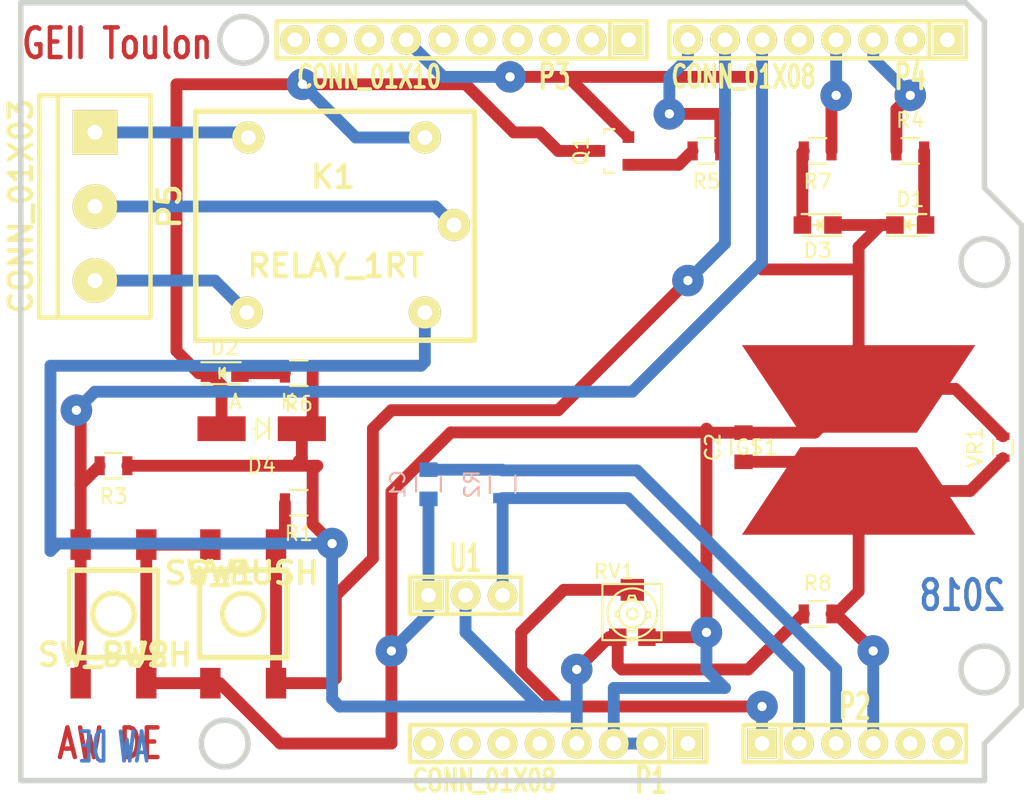
<source format=kicad_pcb>
(kicad_pcb (version 4) (host pcbnew 4.0.2+dfsg1-stable)

  (general
    (links 53)
    (no_connects 2)
    (area 76.009499 53.149499 144.970501 106.870501)
    (thickness 1.6002)
    (drawings 21)
    (tracks 175)
    (zones 0)
    (modules 27)
    (nets 37)
  )

  (page A4)
  (title_block
    (date "9 sep 2015")
  )

  (layers
    (0 Dessus signal)
    (31 Dessous signal)
    (32 B.Adhes user)
    (33 F.Adhes user)
    (34 B.Paste user)
    (35 F.Paste user)
    (36 B.SilkS user)
    (37 F.SilkS user)
    (38 B.Mask user)
    (39 F.Mask user)
    (40 Dwgs.User user)
    (41 Cmts.User user hide)
    (42 Eco1.User user)
    (43 Eco2.User user)
    (44 Edge.Cuts user)
  )

  (setup
    (last_trace_width 0.8128)
    (trace_clearance 0.254)
    (zone_clearance 0.508)
    (zone_45_only no)
    (trace_min 0.2032)
    (segment_width 0.381)
    (edge_width 0.381)
    (via_size 2.159)
    (via_drill 0.635)
    (via_min_size 0.889)
    (via_min_drill 0.508)
    (uvia_size 0.508)
    (uvia_drill 0.127)
    (uvias_allowed no)
    (uvia_min_size 0.508)
    (uvia_min_drill 0.127)
    (pcb_text_width 0.3048)
    (pcb_text_size 1.524 2.032)
    (mod_edge_width 0.381)
    (mod_text_size 1.524 1.524)
    (mod_text_width 0.3048)
    (pad_size 2.032 2.032)
    (pad_drill 1.00076)
    (pad_to_mask_clearance 0.254)
    (aux_axis_origin 0 0)
    (visible_elements 7FFFFFFF)
    (pcbplotparams
      (layerselection 0x00030_ffffffff)
      (usegerberextensions true)
      (excludeedgelayer true)
      (linewidth 0.150000)
      (plotframeref false)
      (viasonmask false)
      (mode 1)
      (useauxorigin false)
      (hpglpennumber 1)
      (hpglpenspeed 20)
      (hpglpendiameter 15)
      (hpglpenoverlay 2)
      (psnegative false)
      (psa4output false)
      (plotreference true)
      (plotvalue true)
      (plotinvisibletext false)
      (padsonsilk false)
      (subtractmaskfromsilk false)
      (outputformat 1)
      (mirror false)
      (drillshape 1)
      (scaleselection 1)
      (outputdirectory ""))
  )

  (net 0 "")
  (net 1 /AD4/SDA)
  (net 2 /AD5/SCL)
  (net 3 GND)
  (net 4 /AD2)
  (net 5 /AD3)
  (net 6 "Net-(D1-Pad2)")
  (net 7 "Net-(D2-Pad2)")
  (net 8 "Net-(D2-Pad1)")
  (net 9 "Net-(D3-Pad2)")
  (net 10 +5V)
  (net 11 /com1)
  (net 12 /no1)
  (net 13 /nc1)
  (net 14 /VIN)
  (net 15 +3V3)
  (net 16 /RESET)
  (net 17 /IOREF)
  (net 18 "Net-(P1-Pad8)")
  (net 19 /AD0)
  (net 20 /AD1)
  (net 21 /IO8)
  (net 22 /IO9)
  (net 23 /SS)
  (net 24 /MOSI)
  (net 25 /MISO)
  (net 26 /SCK)
  (net 27 /AREF)
  (net 28 /IO0)
  (net 29 /IO1)
  (net 30 /IO2)
  (net 31 /IO3)
  (net 32 /IO4)
  (net 33 /IO5)
  (net 34 /IO6)
  (net 35 /IO7)
  (net 36 "Net-(Q1-Pad1)")

  (net_class Default "Ceci est la Netclass par défaut"
    (clearance 0.254)
    (trace_width 0.8128)
    (via_dia 2.159)
    (via_drill 0.635)
    (uvia_dia 0.508)
    (uvia_drill 0.127)
    (add_net +3V3)
    (add_net +5V)
    (add_net /AD0)
    (add_net /AD1)
    (add_net /AD2)
    (add_net /AD3)
    (add_net /AD4/SDA)
    (add_net /AD5/SCL)
    (add_net /AREF)
    (add_net /IO0)
    (add_net /IO1)
    (add_net /IO2)
    (add_net /IO3)
    (add_net /IO4)
    (add_net /IO5)
    (add_net /IO6)
    (add_net /IO7)
    (add_net /IO8)
    (add_net /IO9)
    (add_net /IOREF)
    (add_net /MISO)
    (add_net /MOSI)
    (add_net /RESET)
    (add_net /SCK)
    (add_net /SS)
    (add_net /VIN)
    (add_net /com1)
    (add_net /nc1)
    (add_net /no1)
    (add_net GND)
    (add_net "Net-(D1-Pad2)")
    (add_net "Net-(D2-Pad1)")
    (add_net "Net-(D2-Pad2)")
    (add_net "Net-(D3-Pad2)")
    (add_net "Net-(P1-Pad8)")
    (add_net "Net-(Q1-Pad1)")
  )

  (module IUT-CONNECTIQUE:IUT-SIL-8 locked (layer Dessus) (tedit 200000) (tstamp 577918FB)
    (at 113.03 104.14 180)
    (descr "Connecteur 8 pins")
    (tags "CONN DEV")
    (path /5779158E)
    (fp_text reference P1 (at -6.35 -2.54 180) (layer F.SilkS)
      (effects (font (size 1.72974 1.08712) (thickness 0.3048)))
    )
    (fp_text value CONN_01X08 (at 5.08 -2.54 180) (layer F.SilkS)
      (effects (font (size 1.524 1.016) (thickness 0.3048)))
    )
    (fp_line (start -10.16 -1.27) (end 10.16 -1.27) (layer F.SilkS) (width 0.3048))
    (fp_line (start 10.16 -1.27) (end 10.16 1.27) (layer F.SilkS) (width 0.3048))
    (fp_line (start 10.16 1.27) (end -10.16 1.27) (layer F.SilkS) (width 0.3048))
    (fp_line (start -10.16 1.27) (end -10.16 -1.27) (layer F.SilkS) (width 0.3048))
    (fp_line (start -7.62 1.27) (end -7.62 -1.27) (layer F.SilkS) (width 0.3048))
    (pad 1 thru_hole rect (at -8.89 0 180) (size 2.032 2.032) (drill 1.00076) (layers *.Mask Dessous F.SilkS)
      (net 14 /VIN))
    (pad 2 thru_hole circle (at -6.35 0 180) (size 2.032 2.032) (drill 1.00076) (layers *.Mask Dessous F.SilkS)
      (net 3 GND))
    (pad 3 thru_hole circle (at -3.81 0 180) (size 2.032 2.032) (drill 1.00076) (layers *.Mask Dessous F.SilkS)
      (net 3 GND))
    (pad 4 thru_hole circle (at -1.27 0 180) (size 2.032 2.032) (drill 1.00076) (layers *.Mask Dessous F.SilkS)
      (net 10 +5V))
    (pad 5 thru_hole circle (at 1.27 0 180) (size 2.032 2.032) (drill 1.00076) (layers *.Mask Dessous F.SilkS)
      (net 15 +3V3))
    (pad 6 thru_hole circle (at 3.81 0 180) (size 2.032 2.032) (drill 1.00076) (layers *.Mask Dessous F.SilkS)
      (net 16 /RESET))
    (pad 7 thru_hole circle (at 6.35 0 180) (size 2.032 2.032) (drill 1.00076) (layers *.Mask Dessous F.SilkS)
      (net 17 /IOREF))
    (pad 8 thru_hole circle (at 8.89 0 180) (size 2.032 2.032) (drill 1.00076) (layers *.Mask Dessous F.SilkS)
      (net 18 "Net-(P1-Pad8)"))
  )

  (module IUT-CONNECTIQUE:IUT-SIL-6 locked (layer Dessus) (tedit 200000) (tstamp 57791905)
    (at 133.35 104.14)
    (descr "Connecteur 6 pins")
    (tags "CONN DEV")
    (path /57791919)
    (fp_text reference P2 (at 0 -2.54) (layer F.SilkS)
      (effects (font (size 1.72974 1.08712) (thickness 0.3048)))
    )
    (fp_text value CONN_01X06 (at 0 -2.54) (layer F.SilkS) hide
      (effects (font (size 1.524 1.016) (thickness 0.3048)))
    )
    (fp_line (start -7.62 1.27) (end -7.62 -1.27) (layer F.SilkS) (width 0.3048))
    (fp_line (start -7.62 -1.27) (end 7.62 -1.27) (layer F.SilkS) (width 0.3048))
    (fp_line (start 7.62 -1.27) (end 7.62 1.27) (layer F.SilkS) (width 0.3048))
    (fp_line (start 7.62 1.27) (end -7.62 1.27) (layer F.SilkS) (width 0.3048))
    (fp_line (start -5.08 1.27) (end -5.08 -1.27) (layer F.SilkS) (width 0.3048))
    (pad 1 thru_hole rect (at -6.35 0) (size 2.032 2.032) (drill 1.00076) (layers *.Mask Dessous F.SilkS)
      (net 19 /AD0))
    (pad 2 thru_hole circle (at -3.81 0) (size 2.032 2.032) (drill 1.00076) (layers *.Mask Dessous F.SilkS)
      (net 20 /AD1))
    (pad 3 thru_hole circle (at -1.27 0) (size 2.032 2.032) (drill 1.00076) (layers *.Mask Dessous F.SilkS)
      (net 4 /AD2))
    (pad 4 thru_hole circle (at 1.27 0) (size 2.032 2.032) (drill 1.00076) (layers *.Mask Dessous F.SilkS)
      (net 5 /AD3))
    (pad 5 thru_hole circle (at 3.81 0) (size 2.032 2.032) (drill 1.00076) (layers *.Mask Dessous F.SilkS)
      (net 1 /AD4/SDA))
    (pad 6 thru_hole circle (at 6.35 0) (size 2.032 2.032) (drill 1.00076) (layers *.Mask Dessous F.SilkS)
      (net 2 /AD5/SCL))
  )

  (module IUT-CONNECTIQUE:IUT-SIL-10 locked (layer Dessus) (tedit 5469D4F7) (tstamp 57791913)
    (at 106.426 55.88 180)
    (descr "Connecteur 10 pins")
    (tags "CONN DEV")
    (path /577917E8)
    (fp_text reference P3 (at -6.35 -2.54 180) (layer F.SilkS)
      (effects (font (size 1.72974 1.08712) (thickness 0.27178)))
    )
    (fp_text value CONN_01X10 (at 6.35 -2.54 180) (layer F.SilkS)
      (effects (font (size 1.524 1.016) (thickness 0.254)))
    )
    (fp_line (start -12.7 1.27) (end -12.7 -1.27) (layer F.SilkS) (width 0.3048))
    (fp_line (start -12.7 -1.27) (end 12.7 -1.27) (layer F.SilkS) (width 0.3048))
    (fp_line (start 12.7 -1.27) (end 12.7 1.27) (layer F.SilkS) (width 0.3048))
    (fp_line (start 12.7 1.27) (end -12.7 1.27) (layer F.SilkS) (width 0.3048))
    (fp_line (start -10.16 1.27) (end -10.16 -1.27) (layer F.SilkS) (width 0.3048))
    (pad 1 thru_hole rect (at -11.43 0 180) (size 2.032 2.032) (drill 1.00076) (layers *.Mask Dessous F.SilkS)
      (net 21 /IO8))
    (pad 2 thru_hole circle (at -8.89 0 180) (size 2.032 2.032) (drill 1.00076) (layers *.Mask Dessous F.SilkS)
      (net 22 /IO9))
    (pad 3 thru_hole circle (at -6.35 0 180) (size 2.032 2.032) (drill 1.00076) (layers *.Mask Dessous F.SilkS)
      (net 23 /SS))
    (pad 4 thru_hole circle (at -3.81 0 180) (size 2.032 2.032) (drill 1.00076) (layers *.Mask Dessous F.SilkS)
      (net 24 /MOSI))
    (pad 5 thru_hole circle (at -1.27 0 180) (size 2.032 2.032) (drill 1.00076) (layers *.Mask Dessous F.SilkS)
      (net 25 /MISO))
    (pad 6 thru_hole circle (at 1.27 0 180) (size 2.032 2.032) (drill 1.00076) (layers *.Mask Dessous F.SilkS)
      (net 26 /SCK))
    (pad 7 thru_hole circle (at 3.81 0 180) (size 2.032 2.032) (drill 1.00076) (layers *.Mask Dessous F.SilkS)
      (net 3 GND))
    (pad 8 thru_hole circle (at 6.35 0 180) (size 2.032 2.032) (drill 1.00076) (layers *.Mask Dessous F.SilkS)
      (net 27 /AREF))
    (pad 9 thru_hole circle (at 8.89 0 180) (size 2.032 2.032) (drill 1.00076) (layers *.Mask Dessous F.SilkS)
      (net 1 /AD4/SDA))
    (pad 10 thru_hole circle (at 11.43 0 180) (size 2.032 2.032) (drill 1.00076) (layers *.Mask Dessous F.SilkS)
      (net 2 /AD5/SCL))
  )

  (module IUT-CONNECTIQUE:IUT-SIL-8 locked (layer Dessus) (tedit 200000) (tstamp 5779191F)
    (at 130.81 55.88 180)
    (descr "Connecteur 8 pins")
    (tags "CONN DEV")
    (path /5779168F)
    (fp_text reference P4 (at -6.35 -2.54 180) (layer F.SilkS)
      (effects (font (size 1.72974 1.08712) (thickness 0.3048)))
    )
    (fp_text value CONN_01X08 (at 5.08 -2.54 180) (layer F.SilkS)
      (effects (font (size 1.524 1.016) (thickness 0.3048)))
    )
    (fp_line (start -10.16 -1.27) (end 10.16 -1.27) (layer F.SilkS) (width 0.3048))
    (fp_line (start 10.16 -1.27) (end 10.16 1.27) (layer F.SilkS) (width 0.3048))
    (fp_line (start 10.16 1.27) (end -10.16 1.27) (layer F.SilkS) (width 0.3048))
    (fp_line (start -10.16 1.27) (end -10.16 -1.27) (layer F.SilkS) (width 0.3048))
    (fp_line (start -7.62 1.27) (end -7.62 -1.27) (layer F.SilkS) (width 0.3048))
    (pad 1 thru_hole rect (at -8.89 0 180) (size 2.032 2.032) (drill 1.00076) (layers *.Mask Dessous F.SilkS)
      (net 28 /IO0))
    (pad 2 thru_hole circle (at -6.35 0 180) (size 2.032 2.032) (drill 1.00076) (layers *.Mask Dessous F.SilkS)
      (net 29 /IO1))
    (pad 3 thru_hole circle (at -3.81 0 180) (size 2.032 2.032) (drill 1.00076) (layers *.Mask Dessous F.SilkS)
      (net 30 /IO2))
    (pad 4 thru_hole circle (at -1.27 0 180) (size 2.032 2.032) (drill 1.00076) (layers *.Mask Dessous F.SilkS)
      (net 31 /IO3))
    (pad 5 thru_hole circle (at 1.27 0 180) (size 2.032 2.032) (drill 1.00076) (layers *.Mask Dessous F.SilkS)
      (net 32 /IO4))
    (pad 6 thru_hole circle (at 3.81 0 180) (size 2.032 2.032) (drill 1.00076) (layers *.Mask Dessous F.SilkS)
      (net 33 /IO5))
    (pad 7 thru_hole circle (at 6.35 0 180) (size 2.032 2.032) (drill 1.00076) (layers *.Mask Dessous F.SilkS)
      (net 34 /IO6))
    (pad 8 thru_hole circle (at 8.89 0 180) (size 2.032 2.032) (drill 1.00076) (layers *.Mask Dessous F.SilkS)
      (net 35 /IO7))
  )

  (module Capacitors_SMD:C_0805 (layer Dessous) (tedit 5415D6EA) (tstamp 5BB2201B)
    (at 104.14 86.36 270)
    (descr "Capacitor SMD 0805, reflow soldering, AVX (see smccp.pdf)")
    (tags "capacitor 0805")
    (path /5BA929B5)
    (attr smd)
    (fp_text reference C1 (at 0 2.1 270) (layer B.SilkS)
      (effects (font (size 1 1) (thickness 0.15)) (justify mirror))
    )
    (fp_text value C (at 0 -2.1 270) (layer B.Fab)
      (effects (font (size 1 1) (thickness 0.15)) (justify mirror))
    )
    (fp_line (start -1.8 1) (end 1.8 1) (layer B.CrtYd) (width 0.05))
    (fp_line (start -1.8 -1) (end 1.8 -1) (layer B.CrtYd) (width 0.05))
    (fp_line (start -1.8 1) (end -1.8 -1) (layer B.CrtYd) (width 0.05))
    (fp_line (start 1.8 1) (end 1.8 -1) (layer B.CrtYd) (width 0.05))
    (fp_line (start 0.5 0.85) (end -0.5 0.85) (layer B.SilkS) (width 0.15))
    (fp_line (start -0.5 -0.85) (end 0.5 -0.85) (layer B.SilkS) (width 0.15))
    (pad 1 smd rect (at -1 0 270) (size 1 1.25) (layers Dessous B.Paste B.Mask)
      (net 4 /AD2))
    (pad 2 smd rect (at 1 0 270) (size 1 1.25) (layers Dessous B.Paste B.Mask)
      (net 3 GND))
    (model Capacitors_SMD.3dshapes/C_0805.wrl
      (at (xyz 0 0 0))
      (scale (xyz 1 1 1))
      (rotate (xyz 0 0 0))
    )
  )

  (module Capacitors_SMD:C_0805 (layer Dessus) (tedit 5415D6EA) (tstamp 5BB22021)
    (at 125.73 83.82 90)
    (descr "Capacitor SMD 0805, reflow soldering, AVX (see smccp.pdf)")
    (tags "capacitor 0805")
    (path /5BA91BD7)
    (attr smd)
    (fp_text reference C2 (at 0 -2.1 90) (layer F.SilkS)
      (effects (font (size 1 1) (thickness 0.15)))
    )
    (fp_text value C (at 0 2.1 90) (layer F.Fab)
      (effects (font (size 1 1) (thickness 0.15)))
    )
    (fp_line (start -1.8 -1) (end 1.8 -1) (layer F.CrtYd) (width 0.05))
    (fp_line (start -1.8 1) (end 1.8 1) (layer F.CrtYd) (width 0.05))
    (fp_line (start -1.8 -1) (end -1.8 1) (layer F.CrtYd) (width 0.05))
    (fp_line (start 1.8 -1) (end 1.8 1) (layer F.CrtYd) (width 0.05))
    (fp_line (start 0.5 -0.85) (end -0.5 -0.85) (layer F.SilkS) (width 0.15))
    (fp_line (start -0.5 0.85) (end 0.5 0.85) (layer F.SilkS) (width 0.15))
    (pad 1 smd rect (at -1 0 90) (size 1 1.25) (layers Dessus F.Paste F.Mask)
      (net 5 /AD3))
    (pad 2 smd rect (at 1 0 90) (size 1 1.25) (layers Dessus F.Paste F.Mask)
      (net 3 GND))
    (model Capacitors_SMD.3dshapes/C_0805.wrl
      (at (xyz 0 0 0))
      (scale (xyz 1 1 1))
      (rotate (xyz 0 0 0))
    )
  )

  (module LEDs:LED_0805 (layer Dessus) (tedit 55BDE1C2) (tstamp 5BB22027)
    (at 137.16 68.58)
    (descr "LED 0805 smd package")
    (tags "LED 0805 SMD")
    (path /5BA8EBC1)
    (attr smd)
    (fp_text reference D1 (at 0 -1.75) (layer F.SilkS)
      (effects (font (size 1 1) (thickness 0.15)))
    )
    (fp_text value LED (at 0 1.75) (layer F.Fab)
      (effects (font (size 1 1) (thickness 0.15)))
    )
    (fp_line (start -1.6 0.75) (end 1.1 0.75) (layer F.SilkS) (width 0.15))
    (fp_line (start -1.6 -0.75) (end 1.1 -0.75) (layer F.SilkS) (width 0.15))
    (fp_line (start -0.1 0.15) (end -0.1 -0.1) (layer F.SilkS) (width 0.15))
    (fp_line (start -0.1 -0.1) (end -0.25 0.05) (layer F.SilkS) (width 0.15))
    (fp_line (start -0.35 -0.35) (end -0.35 0.35) (layer F.SilkS) (width 0.15))
    (fp_line (start 0 0) (end 0.35 0) (layer F.SilkS) (width 0.15))
    (fp_line (start -0.35 0) (end 0 -0.35) (layer F.SilkS) (width 0.15))
    (fp_line (start 0 -0.35) (end 0 0.35) (layer F.SilkS) (width 0.15))
    (fp_line (start 0 0.35) (end -0.35 0) (layer F.SilkS) (width 0.15))
    (fp_line (start 1.9 -0.95) (end 1.9 0.95) (layer F.CrtYd) (width 0.05))
    (fp_line (start 1.9 0.95) (end -1.9 0.95) (layer F.CrtYd) (width 0.05))
    (fp_line (start -1.9 0.95) (end -1.9 -0.95) (layer F.CrtYd) (width 0.05))
    (fp_line (start -1.9 -0.95) (end 1.9 -0.95) (layer F.CrtYd) (width 0.05))
    (pad 2 smd rect (at 1.04902 0 180) (size 1.19888 1.19888) (layers Dessus F.Paste F.Mask)
      (net 6 "Net-(D1-Pad2)"))
    (pad 1 smd rect (at -1.04902 0 180) (size 1.19888 1.19888) (layers Dessus F.Paste F.Mask)
      (net 3 GND))
    (model LEDs.3dshapes/LED_0805.wrl
      (at (xyz 0 0 0))
      (scale (xyz 1 1 1))
      (rotate (xyz 0 0 0))
    )
  )

  (module LEDs:LED_0805 (layer Dessus) (tedit 55BDE1C2) (tstamp 5BB2202D)
    (at 90.17 78.74)
    (descr "LED 0805 smd package")
    (tags "LED 0805 SMD")
    (path /5BA93C82)
    (attr smd)
    (fp_text reference D2 (at 0 -1.75) (layer F.SilkS)
      (effects (font (size 1 1) (thickness 0.15)))
    )
    (fp_text value LED (at 0 1.75) (layer F.Fab)
      (effects (font (size 1 1) (thickness 0.15)))
    )
    (fp_line (start -1.6 0.75) (end 1.1 0.75) (layer F.SilkS) (width 0.15))
    (fp_line (start -1.6 -0.75) (end 1.1 -0.75) (layer F.SilkS) (width 0.15))
    (fp_line (start -0.1 0.15) (end -0.1 -0.1) (layer F.SilkS) (width 0.15))
    (fp_line (start -0.1 -0.1) (end -0.25 0.05) (layer F.SilkS) (width 0.15))
    (fp_line (start -0.35 -0.35) (end -0.35 0.35) (layer F.SilkS) (width 0.15))
    (fp_line (start 0 0) (end 0.35 0) (layer F.SilkS) (width 0.15))
    (fp_line (start -0.35 0) (end 0 -0.35) (layer F.SilkS) (width 0.15))
    (fp_line (start 0 -0.35) (end 0 0.35) (layer F.SilkS) (width 0.15))
    (fp_line (start 0 0.35) (end -0.35 0) (layer F.SilkS) (width 0.15))
    (fp_line (start 1.9 -0.95) (end 1.9 0.95) (layer F.CrtYd) (width 0.05))
    (fp_line (start 1.9 0.95) (end -1.9 0.95) (layer F.CrtYd) (width 0.05))
    (fp_line (start -1.9 0.95) (end -1.9 -0.95) (layer F.CrtYd) (width 0.05))
    (fp_line (start -1.9 -0.95) (end 1.9 -0.95) (layer F.CrtYd) (width 0.05))
    (pad 2 smd rect (at 1.04902 0 180) (size 1.19888 1.19888) (layers Dessus F.Paste F.Mask)
      (net 7 "Net-(D2-Pad2)"))
    (pad 1 smd rect (at -1.04902 0 180) (size 1.19888 1.19888) (layers Dessus F.Paste F.Mask)
      (net 8 "Net-(D2-Pad1)"))
    (model LEDs.3dshapes/LED_0805.wrl
      (at (xyz 0 0 0))
      (scale (xyz 1 1 1))
      (rotate (xyz 0 0 0))
    )
  )

  (module LEDs:LED_0805 (layer Dessus) (tedit 55BDE1C2) (tstamp 5BB22033)
    (at 130.81 68.58 180)
    (descr "LED 0805 smd package")
    (tags "LED 0805 SMD")
    (path /5BA8EC33)
    (attr smd)
    (fp_text reference D3 (at 0 -1.75 180) (layer F.SilkS)
      (effects (font (size 1 1) (thickness 0.15)))
    )
    (fp_text value LED (at 0 1.75 180) (layer F.Fab)
      (effects (font (size 1 1) (thickness 0.15)))
    )
    (fp_line (start -1.6 0.75) (end 1.1 0.75) (layer F.SilkS) (width 0.15))
    (fp_line (start -1.6 -0.75) (end 1.1 -0.75) (layer F.SilkS) (width 0.15))
    (fp_line (start -0.1 0.15) (end -0.1 -0.1) (layer F.SilkS) (width 0.15))
    (fp_line (start -0.1 -0.1) (end -0.25 0.05) (layer F.SilkS) (width 0.15))
    (fp_line (start -0.35 -0.35) (end -0.35 0.35) (layer F.SilkS) (width 0.15))
    (fp_line (start 0 0) (end 0.35 0) (layer F.SilkS) (width 0.15))
    (fp_line (start -0.35 0) (end 0 -0.35) (layer F.SilkS) (width 0.15))
    (fp_line (start 0 -0.35) (end 0 0.35) (layer F.SilkS) (width 0.15))
    (fp_line (start 0 0.35) (end -0.35 0) (layer F.SilkS) (width 0.15))
    (fp_line (start 1.9 -0.95) (end 1.9 0.95) (layer F.CrtYd) (width 0.05))
    (fp_line (start 1.9 0.95) (end -1.9 0.95) (layer F.CrtYd) (width 0.05))
    (fp_line (start -1.9 0.95) (end -1.9 -0.95) (layer F.CrtYd) (width 0.05))
    (fp_line (start -1.9 -0.95) (end 1.9 -0.95) (layer F.CrtYd) (width 0.05))
    (pad 2 smd rect (at 1.04902 0) (size 1.19888 1.19888) (layers Dessus F.Paste F.Mask)
      (net 9 "Net-(D3-Pad2)"))
    (pad 1 smd rect (at -1.04902 0) (size 1.19888 1.19888) (layers Dessus F.Paste F.Mask)
      (net 3 GND))
    (model LEDs.3dshapes/LED_0805.wrl
      (at (xyz 0 0 0))
      (scale (xyz 1 1 1))
      (rotate (xyz 0 0 0))
    )
  )

  (module Diodes_SMD:MiniMELF_Handsoldering (layer Dessus) (tedit 5530FDE5) (tstamp 5BB22039)
    (at 92.71 82.55 180)
    (descr "Diode Mini-MELF Handsoldering")
    (tags "Diode Mini-MELF Handsoldering")
    (path /5BA93EB4)
    (attr smd)
    (fp_text reference D4 (at 0 -2.54 180) (layer F.SilkS)
      (effects (font (size 1 1) (thickness 0.15)))
    )
    (fp_text value D (at 0 3.81 180) (layer F.Fab)
      (effects (font (size 1 1) (thickness 0.15)))
    )
    (fp_line (start -4.55 -1) (end 4.55 -1) (layer F.CrtYd) (width 0.05))
    (fp_line (start 4.55 -1) (end 4.55 1) (layer F.CrtYd) (width 0.05))
    (fp_line (start 4.55 1) (end -4.55 1) (layer F.CrtYd) (width 0.05))
    (fp_line (start -4.55 1) (end -4.55 -1) (layer F.CrtYd) (width 0.05))
    (fp_line (start -0.49958 0) (end -0.64944 0) (layer F.SilkS) (width 0.15))
    (fp_line (start 0.34878 0) (end 0.54944 0) (layer F.SilkS) (width 0.15))
    (fp_line (start -0.49958 0) (end -0.49958 0.7493) (layer F.SilkS) (width 0.15))
    (fp_line (start -0.49958 0) (end -0.49958 -0.70104) (layer F.SilkS) (width 0.15))
    (fp_line (start -0.49958 0) (end 0.34878 -0.70104) (layer F.SilkS) (width 0.15))
    (fp_line (start 0.34878 -0.70104) (end 0.34878 0.70104) (layer F.SilkS) (width 0.15))
    (fp_line (start 0.34878 0.70104) (end -0.49958 0) (layer F.SilkS) (width 0.15))
    (fp_text user K (at -1.8 1.85 180) (layer F.SilkS)
      (effects (font (size 1 1) (thickness 0.15)))
    )
    (fp_text user A (at 1.8 1.85 180) (layer F.SilkS)
      (effects (font (size 1 1) (thickness 0.15)))
    )
    (pad 1 smd rect (at -2.75082 0 180) (size 3.29946 1.69926) (layers Dessus F.Paste F.Mask)
      (net 10 +5V))
    (pad 2 smd rect (at 2.75082 0 180) (size 3.29946 1.69926) (layers Dessus F.Paste F.Mask)
      (net 8 "Net-(D2-Pad1)"))
    (model Diodes_SMD.3dshapes/MiniMELF_Handsoldering.wrl
      (at (xyz 0 0 0))
      (scale (xyz 0.3937 0.3937 0.3937))
      (rotate (xyz 0 0 180))
    )
  )

  (module finger:finger (layer Dessus) (tedit 5BA90E7F) (tstamp 5BB2203F)
    (at 134.62 83.82 180)
    (path /5BA91AB2)
    (fp_text reference GS1 (at 8 0 180) (layer F.SilkS)
      (effects (font (size 1 1) (thickness 0.15)))
    )
    (fp_text value GS2 (at 1 -1 180) (layer F.Fab)
      (effects (font (size 1 1) (thickness 0.15)))
    )
    (pad 1 smd trapezoid (at 1 -3 180) (size 12 6) (rect_delta 0 -4 ) (layers Dessus F.Paste F.Mask)
      (net 5 /AD3))
    (pad 2 smd trapezoid (at 1 4 180) (size 12 6) (rect_delta 0 4 ) (layers Dessus F.Paste F.Mask)
      (net 3 GND))
  )

  (module SongleRelay:SONGLE_RELAY (layer Dessus) (tedit 56802C61) (tstamp 5BB22048)
    (at 97.79 68.58 180)
    (path /5BA94108)
    (fp_text reference K1 (at 0.2 3.3 180) (layer F.SilkS)
      (effects (font (thickness 0.3048)))
    )
    (fp_text value RELAY_1RT (at 0 -2.8 180) (layer F.SilkS)
      (effects (font (thickness 0.3048)))
    )
    (fp_line (start 9.6 7.8) (end 9.6 -7.8) (layer F.SilkS) (width 0.381))
    (fp_line (start -9.5 7.8) (end 9.6 7.8) (layer F.SilkS) (width 0.381))
    (fp_line (start -9.5 -7.9) (end 9.6 -7.9) (layer F.SilkS) (width 0.381))
    (fp_line (start 9.6 -7.9) (end 9.5 -7.9) (layer F.SilkS) (width 0.381))
    (fp_line (start -9.5 0) (end -9.5 7.8) (layer F.SilkS) (width 0.381))
    (fp_line (start -9.5 0) (end -9.5 -7.8) (layer F.SilkS) (width 0.381))
    (pad 3 thru_hole circle (at -8.1 0 180) (size 2.2 2.2) (drill 1) (layers *.Cu *.Mask F.SilkS)
      (net 11 /com1))
    (pad 1 thru_hole circle (at -6.1 -6 180) (size 2.2 2.2) (drill 1) (layers *.Cu *.Mask F.SilkS)
      (net 10 +5V))
    (pad 2 thru_hole circle (at -6.1 6 180) (size 2.2 2.2) (drill 1) (layers *.Cu *.Mask F.SilkS)
      (net 8 "Net-(D2-Pad1)"))
    (pad 5 thru_hole circle (at 6.1 -6 180) (size 2.2 2.2) (drill 1) (layers *.Cu *.Mask F.SilkS)
      (net 12 /no1))
    (pad 4 thru_hole circle (at 6 6 180) (size 2.2 2.2) (drill 1) (layers *.Cu *.Mask F.SilkS)
      (net 13 /nc1))
  )

  (module IUT-CONNECTIQUE:IUT-bornier3 (layer Dessus) (tedit 3EC0ECFA) (tstamp 5BB2204F)
    (at 81.28 67.31 270)
    (descr "Bornier d'alimentation 3 pins")
    (tags DEV)
    (path /5BA95532)
    (fp_text reference P5 (at 0 -5.08 270) (layer F.SilkS)
      (effects (font (thickness 0.3048)))
    )
    (fp_text value CONN_01X03 (at 0 5.08 270) (layer F.SilkS)
      (effects (font (thickness 0.3048)))
    )
    (fp_line (start -7.62 3.81) (end -7.62 -3.81) (layer F.SilkS) (width 0.3048))
    (fp_line (start 7.62 3.81) (end 7.62 -3.81) (layer F.SilkS) (width 0.3048))
    (fp_line (start -7.62 2.54) (end 7.62 2.54) (layer F.SilkS) (width 0.3048))
    (fp_line (start -7.62 -3.81) (end 7.62 -3.81) (layer F.SilkS) (width 0.3048))
    (fp_line (start -7.62 3.81) (end 7.62 3.81) (layer F.SilkS) (width 0.3048))
    (pad 1 thru_hole rect (at -5.08 0 270) (size 3.048 3.048) (drill 1.016) (layers *.Mask Dessous F.SilkS)
      (net 13 /nc1))
    (pad 2 thru_hole circle (at 0 0 270) (size 3.048 3.048) (drill 1.016) (layers *.Mask Dessous F.SilkS)
      (net 11 /com1))
    (pad 3 thru_hole circle (at 5.08 0 270) (size 3.048 3.048) (drill 1.016) (layers *.Mask Dessous F.SilkS)
      (net 12 /no1))
    (model device/bornier_3.wrl
      (at (xyz 0 0 0))
      (scale (xyz 1 1 1))
      (rotate (xyz 0 0 0))
    )
  )

  (module TO_SOT_Packages_SMD:SOT-23 (layer Dessus) (tedit 553634F8) (tstamp 5BB22056)
    (at 116.84 63.5 90)
    (descr "SOT-23, Standard")
    (tags SOT-23)
    (path /5BA9B551)
    (attr smd)
    (fp_text reference Q1 (at 0 -2.25 90) (layer F.SilkS)
      (effects (font (size 1 1) (thickness 0.15)))
    )
    (fp_text value BC847 (at 0 2.3 90) (layer F.Fab)
      (effects (font (size 1 1) (thickness 0.15)))
    )
    (fp_line (start -1.65 -1.6) (end 1.65 -1.6) (layer F.CrtYd) (width 0.05))
    (fp_line (start 1.65 -1.6) (end 1.65 1.6) (layer F.CrtYd) (width 0.05))
    (fp_line (start 1.65 1.6) (end -1.65 1.6) (layer F.CrtYd) (width 0.05))
    (fp_line (start -1.65 1.6) (end -1.65 -1.6) (layer F.CrtYd) (width 0.05))
    (fp_line (start 1.29916 -0.65024) (end 1.2509 -0.65024) (layer F.SilkS) (width 0.15))
    (fp_line (start -1.49982 0.0508) (end -1.49982 -0.65024) (layer F.SilkS) (width 0.15))
    (fp_line (start -1.49982 -0.65024) (end -1.2509 -0.65024) (layer F.SilkS) (width 0.15))
    (fp_line (start 1.29916 -0.65024) (end 1.49982 -0.65024) (layer F.SilkS) (width 0.15))
    (fp_line (start 1.49982 -0.65024) (end 1.49982 0.0508) (layer F.SilkS) (width 0.15))
    (pad 1 smd rect (at -0.95 1.00076 90) (size 0.8001 0.8001) (layers Dessus F.Paste F.Mask)
      (net 36 "Net-(Q1-Pad1)"))
    (pad 2 smd rect (at 0.95 1.00076 90) (size 0.8001 0.8001) (layers Dessus F.Paste F.Mask)
      (net 3 GND))
    (pad 3 smd rect (at 0 -0.99822 90) (size 0.8001 0.8001) (layers Dessus F.Paste F.Mask)
      (net 8 "Net-(D2-Pad1)"))
    (model TO_SOT_Packages_SMD.3dshapes/SOT-23.wrl
      (at (xyz 0 0 0))
      (scale (xyz 1 1 1))
      (rotate (xyz 0 0 0))
    )
  )

  (module Resistors_SMD:R_0805 (layer Dessus) (tedit 5415CDEB) (tstamp 5BB2205C)
    (at 95.25 87.63 180)
    (descr "Resistor SMD 0805, reflow soldering, Vishay (see dcrcw.pdf)")
    (tags "resistor 0805")
    (path /5BA8EDF6)
    (attr smd)
    (fp_text reference R1 (at 0 -2.1 180) (layer F.SilkS)
      (effects (font (size 1 1) (thickness 0.15)))
    )
    (fp_text value R (at 0 2.1 180) (layer F.Fab)
      (effects (font (size 1 1) (thickness 0.15)))
    )
    (fp_line (start -1.6 -1) (end 1.6 -1) (layer F.CrtYd) (width 0.05))
    (fp_line (start -1.6 1) (end 1.6 1) (layer F.CrtYd) (width 0.05))
    (fp_line (start -1.6 -1) (end -1.6 1) (layer F.CrtYd) (width 0.05))
    (fp_line (start 1.6 -1) (end 1.6 1) (layer F.CrtYd) (width 0.05))
    (fp_line (start 0.6 0.875) (end -0.6 0.875) (layer F.SilkS) (width 0.15))
    (fp_line (start -0.6 -0.875) (end 0.6 -0.875) (layer F.SilkS) (width 0.15))
    (pad 1 smd rect (at -0.95 0 180) (size 0.7 1.3) (layers Dessus F.Paste F.Mask)
      (net 10 +5V))
    (pad 2 smd rect (at 0.95 0 180) (size 0.7 1.3) (layers Dessus F.Paste F.Mask)
      (net 34 /IO6))
    (model Resistors_SMD.3dshapes/R_0805.wrl
      (at (xyz 0 0 0))
      (scale (xyz 1 1 1))
      (rotate (xyz 0 0 0))
    )
  )

  (module Resistors_SMD:R_0805 (layer Dessous) (tedit 5415CDEB) (tstamp 5BB22062)
    (at 109.22 86.36 270)
    (descr "Resistor SMD 0805, reflow soldering, Vishay (see dcrcw.pdf)")
    (tags "resistor 0805")
    (path /5BA927A9)
    (attr smd)
    (fp_text reference R2 (at 0 2.1 270) (layer B.SilkS)
      (effects (font (size 1 1) (thickness 0.15)) (justify mirror))
    )
    (fp_text value R (at 0 -2.1 270) (layer B.Fab)
      (effects (font (size 1 1) (thickness 0.15)) (justify mirror))
    )
    (fp_line (start -1.6 1) (end 1.6 1) (layer B.CrtYd) (width 0.05))
    (fp_line (start -1.6 -1) (end 1.6 -1) (layer B.CrtYd) (width 0.05))
    (fp_line (start -1.6 1) (end -1.6 -1) (layer B.CrtYd) (width 0.05))
    (fp_line (start 1.6 1) (end 1.6 -1) (layer B.CrtYd) (width 0.05))
    (fp_line (start 0.6 -0.875) (end -0.6 -0.875) (layer B.SilkS) (width 0.15))
    (fp_line (start -0.6 0.875) (end 0.6 0.875) (layer B.SilkS) (width 0.15))
    (pad 1 smd rect (at -0.95 0 270) (size 0.7 1.3) (layers Dessous B.Paste B.Mask)
      (net 4 /AD2))
    (pad 2 smd rect (at 0.95 0 270) (size 0.7 1.3) (layers Dessous B.Paste B.Mask)
      (net 20 /AD1))
    (model Resistors_SMD.3dshapes/R_0805.wrl
      (at (xyz 0 0 0))
      (scale (xyz 1 1 1))
      (rotate (xyz 0 0 0))
    )
  )

  (module Resistors_SMD:R_0805 (layer Dessus) (tedit 5415CDEB) (tstamp 5BB22068)
    (at 82.55 85.09 180)
    (descr "Resistor SMD 0805, reflow soldering, Vishay (see dcrcw.pdf)")
    (tags "resistor 0805")
    (path /5BA8EEAE)
    (attr smd)
    (fp_text reference R3 (at 0 -2.1 180) (layer F.SilkS)
      (effects (font (size 1 1) (thickness 0.15)))
    )
    (fp_text value R (at 0 2.1 180) (layer F.Fab)
      (effects (font (size 1 1) (thickness 0.15)))
    )
    (fp_line (start -1.6 -1) (end 1.6 -1) (layer F.CrtYd) (width 0.05))
    (fp_line (start -1.6 1) (end 1.6 1) (layer F.CrtYd) (width 0.05))
    (fp_line (start -1.6 -1) (end -1.6 1) (layer F.CrtYd) (width 0.05))
    (fp_line (start 1.6 -1) (end 1.6 1) (layer F.CrtYd) (width 0.05))
    (fp_line (start 0.6 0.875) (end -0.6 0.875) (layer F.SilkS) (width 0.15))
    (fp_line (start -0.6 -0.875) (end 0.6 -0.875) (layer F.SilkS) (width 0.15))
    (pad 1 smd rect (at -0.95 0 180) (size 0.7 1.3) (layers Dessus F.Paste F.Mask)
      (net 10 +5V))
    (pad 2 smd rect (at 0.95 0 180) (size 0.7 1.3) (layers Dessus F.Paste F.Mask)
      (net 33 /IO5))
    (model Resistors_SMD.3dshapes/R_0805.wrl
      (at (xyz 0 0 0))
      (scale (xyz 1 1 1))
      (rotate (xyz 0 0 0))
    )
  )

  (module Resistors_SMD:R_0805 (layer Dessus) (tedit 5415CDEB) (tstamp 5BB2206E)
    (at 137.16 63.5)
    (descr "Resistor SMD 0805, reflow soldering, Vishay (see dcrcw.pdf)")
    (tags "resistor 0805")
    (path /5BA8E915)
    (attr smd)
    (fp_text reference R4 (at 0 -2.1) (layer F.SilkS)
      (effects (font (size 1 1) (thickness 0.15)))
    )
    (fp_text value R (at 0 2.1) (layer F.Fab)
      (effects (font (size 1 1) (thickness 0.15)))
    )
    (fp_line (start -1.6 -1) (end 1.6 -1) (layer F.CrtYd) (width 0.05))
    (fp_line (start -1.6 1) (end 1.6 1) (layer F.CrtYd) (width 0.05))
    (fp_line (start -1.6 -1) (end -1.6 1) (layer F.CrtYd) (width 0.05))
    (fp_line (start 1.6 -1) (end 1.6 1) (layer F.CrtYd) (width 0.05))
    (fp_line (start 0.6 0.875) (end -0.6 0.875) (layer F.SilkS) (width 0.15))
    (fp_line (start -0.6 -0.875) (end 0.6 -0.875) (layer F.SilkS) (width 0.15))
    (pad 1 smd rect (at -0.95 0) (size 0.7 1.3) (layers Dessus F.Paste F.Mask)
      (net 30 /IO2))
    (pad 2 smd rect (at 0.95 0) (size 0.7 1.3) (layers Dessus F.Paste F.Mask)
      (net 6 "Net-(D1-Pad2)"))
    (model Resistors_SMD.3dshapes/R_0805.wrl
      (at (xyz 0 0 0))
      (scale (xyz 1 1 1))
      (rotate (xyz 0 0 0))
    )
  )

  (module Resistors_SMD:R_0805 (layer Dessus) (tedit 5415CDEB) (tstamp 5BB22074)
    (at 123.19 63.5 180)
    (descr "Resistor SMD 0805, reflow soldering, Vishay (see dcrcw.pdf)")
    (tags "resistor 0805")
    (path /5BA93B98)
    (attr smd)
    (fp_text reference R5 (at 0 -2.1 180) (layer F.SilkS)
      (effects (font (size 1 1) (thickness 0.15)))
    )
    (fp_text value R (at 0 2.1 180) (layer F.Fab)
      (effects (font (size 1 1) (thickness 0.15)))
    )
    (fp_line (start -1.6 -1) (end 1.6 -1) (layer F.CrtYd) (width 0.05))
    (fp_line (start -1.6 1) (end 1.6 1) (layer F.CrtYd) (width 0.05))
    (fp_line (start -1.6 -1) (end -1.6 1) (layer F.CrtYd) (width 0.05))
    (fp_line (start 1.6 -1) (end 1.6 1) (layer F.CrtYd) (width 0.05))
    (fp_line (start 0.6 0.875) (end -0.6 0.875) (layer F.SilkS) (width 0.15))
    (fp_line (start -0.6 -0.875) (end 0.6 -0.875) (layer F.SilkS) (width 0.15))
    (pad 1 smd rect (at -0.95 0 180) (size 0.7 1.3) (layers Dessus F.Paste F.Mask)
      (net 35 /IO7))
    (pad 2 smd rect (at 0.95 0 180) (size 0.7 1.3) (layers Dessus F.Paste F.Mask)
      (net 36 "Net-(Q1-Pad1)"))
    (model Resistors_SMD.3dshapes/R_0805.wrl
      (at (xyz 0 0 0))
      (scale (xyz 1 1 1))
      (rotate (xyz 0 0 0))
    )
  )

  (module Resistors_SMD:R_0805 (layer Dessus) (tedit 5415CDEB) (tstamp 5BB2207A)
    (at 95.25 78.74 180)
    (descr "Resistor SMD 0805, reflow soldering, Vishay (see dcrcw.pdf)")
    (tags "resistor 0805")
    (path /5BA93E3A)
    (attr smd)
    (fp_text reference R6 (at 0 -2.1 180) (layer F.SilkS)
      (effects (font (size 1 1) (thickness 0.15)))
    )
    (fp_text value R (at 0 2.1 180) (layer F.Fab)
      (effects (font (size 1 1) (thickness 0.15)))
    )
    (fp_line (start -1.6 -1) (end 1.6 -1) (layer F.CrtYd) (width 0.05))
    (fp_line (start -1.6 1) (end 1.6 1) (layer F.CrtYd) (width 0.05))
    (fp_line (start -1.6 -1) (end -1.6 1) (layer F.CrtYd) (width 0.05))
    (fp_line (start 1.6 -1) (end 1.6 1) (layer F.CrtYd) (width 0.05))
    (fp_line (start 0.6 0.875) (end -0.6 0.875) (layer F.SilkS) (width 0.15))
    (fp_line (start -0.6 -0.875) (end 0.6 -0.875) (layer F.SilkS) (width 0.15))
    (pad 1 smd rect (at -0.95 0 180) (size 0.7 1.3) (layers Dessus F.Paste F.Mask)
      (net 10 +5V))
    (pad 2 smd rect (at 0.95 0 180) (size 0.7 1.3) (layers Dessus F.Paste F.Mask)
      (net 7 "Net-(D2-Pad2)"))
    (model Resistors_SMD.3dshapes/R_0805.wrl
      (at (xyz 0 0 0))
      (scale (xyz 1 1 1))
      (rotate (xyz 0 0 0))
    )
  )

  (module Resistors_SMD:R_0805 (layer Dessus) (tedit 5415CDEB) (tstamp 5BB22080)
    (at 130.81 63.5 180)
    (descr "Resistor SMD 0805, reflow soldering, Vishay (see dcrcw.pdf)")
    (tags "resistor 0805")
    (path /5BA8EB49)
    (attr smd)
    (fp_text reference R7 (at 0 -2.1 180) (layer F.SilkS)
      (effects (font (size 1 1) (thickness 0.15)))
    )
    (fp_text value R (at 0 2.1 180) (layer F.Fab)
      (effects (font (size 1 1) (thickness 0.15)))
    )
    (fp_line (start -1.6 -1) (end 1.6 -1) (layer F.CrtYd) (width 0.05))
    (fp_line (start -1.6 1) (end 1.6 1) (layer F.CrtYd) (width 0.05))
    (fp_line (start -1.6 -1) (end -1.6 1) (layer F.CrtYd) (width 0.05))
    (fp_line (start 1.6 -1) (end 1.6 1) (layer F.CrtYd) (width 0.05))
    (fp_line (start 0.6 0.875) (end -0.6 0.875) (layer F.SilkS) (width 0.15))
    (fp_line (start -0.6 -0.875) (end 0.6 -0.875) (layer F.SilkS) (width 0.15))
    (pad 1 smd rect (at -0.95 0 180) (size 0.7 1.3) (layers Dessus F.Paste F.Mask)
      (net 31 /IO3))
    (pad 2 smd rect (at 0.95 0 180) (size 0.7 1.3) (layers Dessus F.Paste F.Mask)
      (net 9 "Net-(D3-Pad2)"))
    (model Resistors_SMD.3dshapes/R_0805.wrl
      (at (xyz 0 0 0))
      (scale (xyz 1 1 1))
      (rotate (xyz 0 0 0))
    )
  )

  (module Resistors_SMD:R_0805 (layer Dessus) (tedit 5415CDEB) (tstamp 5BB22086)
    (at 130.81 95.25)
    (descr "Resistor SMD 0805, reflow soldering, Vishay (see dcrcw.pdf)")
    (tags "resistor 0805")
    (path /5BA9198E)
    (attr smd)
    (fp_text reference R8 (at 0 -2.1) (layer F.SilkS)
      (effects (font (size 1 1) (thickness 0.15)))
    )
    (fp_text value R (at 0 2.1) (layer F.Fab)
      (effects (font (size 1 1) (thickness 0.15)))
    )
    (fp_line (start -1.6 -1) (end 1.6 -1) (layer F.CrtYd) (width 0.05))
    (fp_line (start -1.6 1) (end 1.6 1) (layer F.CrtYd) (width 0.05))
    (fp_line (start -1.6 -1) (end -1.6 1) (layer F.CrtYd) (width 0.05))
    (fp_line (start 1.6 -1) (end 1.6 1) (layer F.CrtYd) (width 0.05))
    (fp_line (start 0.6 0.875) (end -0.6 0.875) (layer F.SilkS) (width 0.15))
    (fp_line (start -0.6 -0.875) (end 0.6 -0.875) (layer F.SilkS) (width 0.15))
    (pad 1 smd rect (at -0.95 0) (size 0.7 1.3) (layers Dessus F.Paste F.Mask)
      (net 10 +5V))
    (pad 2 smd rect (at 0.95 0) (size 0.7 1.3) (layers Dessus F.Paste F.Mask)
      (net 5 /AD3))
    (model Resistors_SMD.3dshapes/R_0805.wrl
      (at (xyz 0 0 0))
      (scale (xyz 1 1 1))
      (rotate (xyz 0 0 0))
    )
  )

  (module POTSMD:POTSMD (layer Dessus) (tedit 594506BC) (tstamp 5BB2208D)
    (at 118.11 95.25)
    (path /5BA90F18)
    (fp_text reference RV1 (at -1.25 -2.9) (layer F.SilkS)
      (effects (font (size 1 1) (thickness 0.15)))
    )
    (fp_text value POT (at 0.05 3) (layer F.Fab)
      (effects (font (size 1 1) (thickness 0.15)))
    )
    (fp_line (start 2 1.8) (end -2.05 1.8) (layer F.SilkS) (width 0.15))
    (fp_line (start -2.05 -2.05) (end 2 -2.05) (layer F.SilkS) (width 0.15))
    (fp_circle (center 0 0) (end -0.1 -0.35) (layer F.SilkS) (width 0.15))
    (fp_line (start 0 1.2) (end -0.2 1.2) (layer F.SilkS) (width 0.15))
    (fp_line (start -0.2 1.2) (end -0.3 0.9) (layer F.SilkS) (width 0.15))
    (fp_line (start 0 1.2) (end 0.2 1.2) (layer F.SilkS) (width 0.15))
    (fp_line (start 0.2 1.2) (end 0.35 0.9) (layer F.SilkS) (width 0.15))
    (fp_line (start -0.95 -0.25) (end -1.15 -0.1) (layer F.SilkS) (width 0.15))
    (fp_line (start -1.15 -0.1) (end -1.15 0.15) (layer F.SilkS) (width 0.15))
    (fp_line (start -1.15 0.15) (end -0.95 0.25) (layer F.SilkS) (width 0.15))
    (fp_line (start 0.95 -0.15) (end 1.2 -0.1) (layer F.SilkS) (width 0.15))
    (fp_line (start 1.2 -0.1) (end 1.2 0.2) (layer F.SilkS) (width 0.15))
    (fp_line (start 1.2 0.2) (end 1 0.3) (layer F.SilkS) (width 0.15))
    (fp_line (start 1 0.3) (end 0.95 0.25) (layer F.SilkS) (width 0.15))
    (fp_line (start 0.95 0.25) (end 0.95 -0.1) (layer F.SilkS) (width 0.15))
    (fp_line (start -0.2 -1.25) (end -0.3 -1) (layer F.SilkS) (width 0.15))
    (fp_line (start -0.3 -1) (end 0.25 -1) (layer F.SilkS) (width 0.15))
    (fp_line (start -0.2 -1.25) (end 0.15 -1.25) (layer F.SilkS) (width 0.15))
    (fp_line (start 0.15 -1.25) (end 0.25 -1) (layer F.SilkS) (width 0.15))
    (fp_circle (center 0 0) (end 0.25 0.9) (layer F.SilkS) (width 0.15))
    (fp_circle (center 0 -0.05) (end 0.1 -1.75) (layer F.SilkS) (width 0.15))
    (fp_line (start 2 1.8) (end 2 -2.05) (layer F.SilkS) (width 0.15))
    (fp_line (start -2.05 -2.05) (end -2.05 1.8) (layer F.SilkS) (width 0.15))
    (pad 2 smd rect (at 0 -1.65) (size 1.6 1.5) (layers Dessus F.Paste F.Mask)
      (net 19 /AD0))
    (pad 3 smd rect (at 1 1.6) (size 1.2 1.2) (layers Dessus F.Paste F.Mask)
      (net 3 GND))
    (pad 1 smd rect (at -1 1.6) (size 1.2 1.2) (layers Dessus F.Paste F.Mask)
      (net 10 +5V))
  )

  (module IUT-DIVERS:IUT-PUSH_SW-6x6-5x10-SMD (layer Dessus) (tedit 55EAE569) (tstamp 5BB22095)
    (at 91.44 95.25 180)
    (path /5BA8EEF8)
    (fp_text reference SW1 (at 1.5 2.8 180) (layer F.SilkS)
      (effects (font (thickness 0.3048)))
    )
    (fp_text value SW_PUSH (at 0.1 2.8 180) (layer F.SilkS)
      (effects (font (thickness 0.3048)))
    )
    (fp_line (start -3 3) (end -3 -3) (layer F.SilkS) (width 0.381))
    (fp_line (start -3 -3) (end 3 -3) (layer F.SilkS) (width 0.381))
    (fp_line (start 3 -3) (end 3 3) (layer F.SilkS) (width 0.381))
    (fp_line (start 3 3) (end -3 3) (layer F.SilkS) (width 0.381))
    (fp_circle (center 0 0) (end 1 1) (layer F.SilkS) (width 0.381))
    (pad 1 smd rect (at -2.25 -4.75 180) (size 1.39954 2.10058) (layers Dessus F.Paste F.Mask)
      (net 34 /IO6))
    (pad 1 smd rect (at -2.25 4.75 180) (size 1.39954 2.10058) (layers Dessus F.Paste F.Mask)
      (net 34 /IO6))
    (pad 2 smd rect (at 2.25 -4.75 180) (size 1.39954 2.10058) (layers Dessus F.Paste F.Mask)
      (net 3 GND))
    (pad 2 smd rect (at 2.25 4.75 180) (size 1.39954 2.10058) (layers Dessus F.Paste F.Mask)
      (net 3 GND))
  )

  (module IUT-DIVERS:IUT-PUSH_SW-6x6-5x10-SMD (layer Dessus) (tedit 55EAE569) (tstamp 5BB2209D)
    (at 82.55 95.25)
    (path /5BA8EF50)
    (fp_text reference SW2 (at 1.5 2.8) (layer F.SilkS)
      (effects (font (thickness 0.3048)))
    )
    (fp_text value SW_PUSH (at 0.1 2.8) (layer F.SilkS)
      (effects (font (thickness 0.3048)))
    )
    (fp_line (start -3 3) (end -3 -3) (layer F.SilkS) (width 0.381))
    (fp_line (start -3 -3) (end 3 -3) (layer F.SilkS) (width 0.381))
    (fp_line (start 3 -3) (end 3 3) (layer F.SilkS) (width 0.381))
    (fp_line (start 3 3) (end -3 3) (layer F.SilkS) (width 0.381))
    (fp_circle (center 0 0) (end 1 1) (layer F.SilkS) (width 0.381))
    (pad 1 smd rect (at -2.25 -4.75) (size 1.39954 2.10058) (layers Dessus F.Paste F.Mask)
      (net 33 /IO5))
    (pad 1 smd rect (at -2.25 4.75) (size 1.39954 2.10058) (layers Dessus F.Paste F.Mask)
      (net 33 /IO5))
    (pad 2 smd rect (at 2.25 -4.75) (size 1.39954 2.10058) (layers Dessus F.Paste F.Mask)
      (net 3 GND))
    (pad 2 smd rect (at 2.25 4.75) (size 1.39954 2.10058) (layers Dessus F.Paste F.Mask)
      (net 3 GND))
  )

  (module IUT-CONNECTIQUE:IUT-SIL-3 (layer Dessus) (tedit 200000) (tstamp 5BB220A4)
    (at 106.68 93.98)
    (descr "Connecteur 3 pins")
    (tags "CONN DEV")
    (path /5BA92684)
    (fp_text reference U1 (at 0 -2.54) (layer F.SilkS)
      (effects (font (size 1.7907 1.07696) (thickness 0.3048)))
    )
    (fp_text value TSL252 (at 0 -2.54) (layer F.SilkS) hide
      (effects (font (size 1.524 1.016) (thickness 0.3048)))
    )
    (fp_line (start -3.81 1.27) (end -3.81 -1.27) (layer F.SilkS) (width 0.3048))
    (fp_line (start -3.81 -1.27) (end 3.81 -1.27) (layer F.SilkS) (width 0.3048))
    (fp_line (start 3.81 -1.27) (end 3.81 1.27) (layer F.SilkS) (width 0.3048))
    (fp_line (start 3.81 1.27) (end -3.81 1.27) (layer F.SilkS) (width 0.3048))
    (fp_line (start -1.27 -1.27) (end -1.27 1.27) (layer F.SilkS) (width 0.3048))
    (pad 1 thru_hole rect (at -2.54 0) (size 2.032 2.032) (drill 1.00076) (layers *.Mask Dessous F.SilkS)
      (net 3 GND))
    (pad 2 thru_hole circle (at 0 0) (size 2.032 2.032) (drill 1.00076) (layers *.Mask Dessous F.SilkS)
      (net 10 +5V))
    (pad 3 thru_hole circle (at 2.54 0) (size 2.032 2.032) (drill 1.00076) (layers *.Mask Dessous F.SilkS)
      (net 20 /AD1))
  )

  (module Resistors_SMD:R_0603 (layer Dessus) (tedit 5415CC62) (tstamp 5BB220AA)
    (at 143.51 83.82 90)
    (descr "Resistor SMD 0603, reflow soldering, Vishay (see dcrcw.pdf)")
    (tags "resistor 0603")
    (path /5BA9243D)
    (attr smd)
    (fp_text reference VR1 (at 0 -1.9 90) (layer F.SilkS)
      (effects (font (size 1 1) (thickness 0.15)))
    )
    (fp_text value VR (at 0 1.9 90) (layer F.Fab)
      (effects (font (size 1 1) (thickness 0.15)))
    )
    (fp_line (start -1.3 -0.8) (end 1.3 -0.8) (layer F.CrtYd) (width 0.05))
    (fp_line (start -1.3 0.8) (end 1.3 0.8) (layer F.CrtYd) (width 0.05))
    (fp_line (start -1.3 -0.8) (end -1.3 0.8) (layer F.CrtYd) (width 0.05))
    (fp_line (start 1.3 -0.8) (end 1.3 0.8) (layer F.CrtYd) (width 0.05))
    (fp_line (start 0.5 0.675) (end -0.5 0.675) (layer F.SilkS) (width 0.15))
    (fp_line (start -0.5 -0.675) (end 0.5 -0.675) (layer F.SilkS) (width 0.15))
    (pad 1 smd rect (at -0.75 0 90) (size 0.5 0.9) (layers Dessus F.Paste F.Mask)
      (net 5 /AD3))
    (pad 2 smd rect (at 0.75 0 90) (size 0.5 0.9) (layers Dessus F.Paste F.Mask)
      (net 3 GND))
    (model Resistors_SMD.3dshapes/R_0603.wrl
      (at (xyz 0 0 0))
      (scale (xyz 1 1 1))
      (rotate (xyz 0 0 0))
    )
  )

  (gr_text 2018 (at 140.716 93.98) (layer Dessous)
    (effects (font (size 2.032 1.524) (thickness 0.3048)) (justify mirror))
  )
  (gr_text "AW DE" (at 82.296 104.14) (layer Dessus)
    (effects (font (size 2.032 1.524) (thickness 0.3048)))
  )
  (gr_text "Template pour shield arduino\nTrous non métalisés \nGEII Toulon" (at 109.22 120.142) (layer Cmts.User)
    (effects (font (size 2.032 1.524) (thickness 0.3048)))
  )
  (gr_text "AW DE" (at 82.55 104.394) (layer Dessous)
    (effects (font (size 2.032 1.016) (thickness 0.254)) (justify mirror))
  )
  (gr_text "GEII Toulon" (at 82.804 56.134) (layer Dessus)
    (effects (font (size 2.032 1.524) (thickness 0.3048)))
  )
  (dimension 68.58 (width 0.3048) (layer Cmts.User)
    (gr_text "68,580 mm" (at 110.49 113.38306) (layer Cmts.User)
      (effects (font (size 2.032 1.524) (thickness 0.3048)))
    )
    (feature1 (pts (xy 144.78 96.52) (xy 144.78 115.00866)))
    (feature2 (pts (xy 76.2 96.52) (xy 76.2 115.00866)))
    (crossbar (pts (xy 76.2 111.75746) (xy 144.78 111.75746)))
    (arrow1a (pts (xy 144.78 111.75746) (xy 143.65478 112.34166)))
    (arrow1b (pts (xy 144.78 111.75746) (xy 143.65478 111.17326)))
    (arrow2a (pts (xy 76.2 111.75746) (xy 77.32522 112.34166)))
    (arrow2b (pts (xy 76.2 111.75746) (xy 77.32522 111.17326)))
  )
  (dimension 53.34 (width 0.3048) (layer Cmts.User)
    (gr_text "53,340 mm" (at 69.4944 80.01 90) (layer Cmts.User)
      (effects (font (size 2.032 1.524) (thickness 0.3048)))
    )
    (feature1 (pts (xy 76.2 53.34) (xy 67.8688 53.34)))
    (feature2 (pts (xy 76.2 106.68) (xy 67.8688 106.68)))
    (crossbar (pts (xy 71.12 106.68) (xy 71.12 53.34)))
    (arrow1a (pts (xy 71.12 53.34) (xy 71.7042 54.46522)))
    (arrow1b (pts (xy 71.12 53.34) (xy 70.5358 54.46522)))
    (arrow2a (pts (xy 71.12 106.68) (xy 71.7042 105.55478)))
    (arrow2b (pts (xy 71.12 106.68) (xy 70.5358 105.55478)))
  )
  (gr_circle (center 90.17 104.14) (end 91.7702 104.14) (layer Edge.Cuts) (width 0.381))
  (gr_circle (center 142.24 99.06) (end 143.8402 99.06) (layer Edge.Cuts) (width 0.381))
  (gr_circle (center 142.24 71.12) (end 143.8402 71.12) (layer Edge.Cuts) (width 0.381))
  (gr_circle (center 91.44 55.88) (end 93.0402 55.88) (layer Edge.Cuts) (width 0.381))
  (gr_line (start 142.24 54.61) (end 142.24 55.88) (angle 90) (layer Edge.Cuts) (width 0.381))
  (gr_line (start 140.97 53.34) (end 142.24 54.61) (angle 90) (layer Edge.Cuts) (width 0.381))
  (gr_line (start 76.2 53.34) (end 140.97 53.34) (angle 90) (layer Edge.Cuts) (width 0.381))
  (gr_line (start 142.24 66.04) (end 142.24 55.88) (angle 90) (layer Edge.Cuts) (width 0.381))
  (gr_line (start 144.78 68.58) (end 142.24 66.04) (angle 90) (layer Edge.Cuts) (width 0.381))
  (gr_line (start 144.78 101.6) (end 144.78 68.58) (angle 90) (layer Edge.Cuts) (width 0.381))
  (gr_line (start 142.24 104.14) (end 144.78 101.6) (angle 90) (layer Edge.Cuts) (width 0.381))
  (gr_line (start 142.24 106.68) (end 142.24 104.14) (angle 90) (layer Edge.Cuts) (width 0.381))
  (gr_line (start 76.2 106.68) (end 142.24 106.68) (angle 90) (layer Edge.Cuts) (width 0.381))
  (gr_line (start 76.2 53.34) (end 76.2 106.68) (angle 90) (layer Edge.Cuts) (width 0.381))

  (segment (start 133.62 71.628) (end 127 71.628) (width 0.8128) (layer Dessus) (net 3))
  (segment (start 126.492 58.42) (end 113.71076 58.42) (width 0.8128) (layer Dessus) (net 3) (tstamp 5BB23469))
  (segment (start 127 58.928) (end 126.492 58.42) (width 0.8128) (layer Dessus) (net 3) (tstamp 5BB23466))
  (segment (start 127 71.628) (end 127 58.928) (width 0.8128) (layer Dessus) (net 3) (tstamp 5BB23463))
  (segment (start 109.728 58.42) (end 105.156 58.42) (width 0.8128) (layer Dessous) (net 3))
  (segment (start 105.156 58.42) (end 104.648 57.912) (width 0.8128) (layer Dessous) (net 3) (tstamp 5BB22C26))
  (segment (start 104.648 57.912) (end 102.616 55.88) (width 0.8128) (layer Dessous) (net 3))
  (via (at 109.728 58.42) (size 2.159) (drill 0.635) (layers Dessus Dessous) (net 3))
  (segment (start 109.728 58.42) (end 113.71076 58.42) (width 0.8128) (layer Dessus) (net 3))
  (segment (start 109.45876 58.68924) (end 109.728 58.42) (width 0.8128) (layer Dessus) (net 3) (tstamp 5BB231ED))
  (segment (start 113.71076 58.42) (end 117.84076 62.55) (width 0.8128) (layer Dessus) (net 3) (tstamp 5BB233B7))
  (segment (start 123.19 82.804) (end 105.664 82.804) (width 0.8128) (layer Dessus) (net 3))
  (segment (start 101.6 86.868) (end 101.6 97.79) (width 0.8128) (layer Dessus) (net 3) (tstamp 5BB2324C))
  (segment (start 105.664 82.804) (end 101.6 86.868) (width 0.8128) (layer Dessus) (net 3) (tstamp 5BB2324A))
  (segment (start 133.62 71.628) (end 133.62 70.088) (width 0.8128) (layer Dessus) (net 3))
  (segment (start 133.62 70.088) (end 135.128 68.58) (width 0.8128) (layer Dessus) (net 3) (tstamp 5BB23200))
  (segment (start 133.62 79.82) (end 133.62 71.628) (width 0.8128) (layer Dessus) (net 3))
  (segment (start 119.38 104.14) (end 116.84 104.14) (width 0.8128) (layer Dessous) (net 3))
  (segment (start 89.19 100) (end 89.84 100) (width 0.8128) (layer Dessus) (net 3))
  (segment (start 89.84 100) (end 93.98 104.14) (width 0.8128) (layer Dessus) (net 3) (tstamp 5BB22E21))
  (segment (start 101.6 104.14) (end 101.6 97.79) (width 0.8128) (layer Dessus) (net 3) (tstamp 5BB22E28))
  (segment (start 93.98 104.14) (end 101.6 104.14) (width 0.8128) (layer Dessus) (net 3) (tstamp 5BB22E24))
  (via (at 101.6 97.79) (size 2.159) (drill 0.635) (layers Dessus Dessous) (net 3))
  (segment (start 101.6 97.79) (end 104.14 95.25) (width 0.8128) (layer Dessous) (net 3) (tstamp 5BB22E2F))
  (segment (start 104.14 95.25) (end 104.14 93.98) (width 0.8128) (layer Dessous) (net 3) (tstamp 5BB22E30) (status 20))
  (segment (start 84.8 100) (end 89.19 100) (width 0.8128) (layer Dessus) (net 3))
  (segment (start 84.8 90.5) (end 84.8 100) (width 0.8128) (layer Dessus) (net 3))
  (segment (start 89.19 90.5) (end 84.8 90.5) (width 0.8128) (layer Dessus) (net 3))
  (segment (start 131.85902 68.58) (end 135.128 68.58) (width 0.8128) (layer Dessus) (net 3))
  (segment (start 135.128 68.58) (end 136.11098 68.58) (width 0.8128) (layer Dessus) (net 3) (tstamp 5BB23203))
  (segment (start 133.62 79.82) (end 140.26 79.82) (width 0.8128) (layer Dessus) (net 3))
  (segment (start 140.26 79.82) (end 143.51 83.07) (width 0.8128) (layer Dessus) (net 3) (tstamp 5BB22ACF))
  (segment (start 125.73 82.82) (end 130.62 82.82) (width 0.8128) (layer Dessus) (net 3))
  (segment (start 130.62 82.82) (end 133.62 79.82) (width 0.8128) (layer Dessus) (net 3) (tstamp 5BB22ACC))
  (segment (start 123.19 96.52) (end 123.19 82.804) (width 0.8128) (layer Dessus) (net 3))
  (segment (start 123.19 82.804) (end 123.19 82.55) (width 0.8128) (layer Dessus) (net 3) (tstamp 5BB22FA6))
  (segment (start 123.46 82.82) (end 125.73 82.82) (width 0.8128) (layer Dessus) (net 3) (tstamp 5BB22AB9))
  (segment (start 123.19 82.55) (end 123.46 82.82) (width 0.8128) (layer Dessus) (net 3) (tstamp 5BB22AB3))
  (via (at 123.19 96.52) (size 2.159) (drill 0.635) (layers Dessus Dessous) (net 3))
  (segment (start 116.84 100.33) (end 124.46 100.33) (width 0.8128) (layer Dessous) (net 3) (tstamp 5BB22AA2))
  (segment (start 124.46 100.33) (end 123.19 99.06) (width 0.8128) (layer Dessous) (net 3) (tstamp 5BB22AA5))
  (segment (start 123.19 99.06) (end 123.19 96.52) (width 0.8128) (layer Dessous) (net 3) (tstamp 5BB22AA6))
  (segment (start 116.84 104.14) (end 116.84 100.33) (width 0.8128) (layer Dessous) (net 3))
  (segment (start 122.86 96.85) (end 119.11 96.85) (width 0.8128) (layer Dessus) (net 3) (tstamp 5BB22AAC))
  (segment (start 123.19 96.52) (end 122.86 96.85) (width 0.8128) (layer Dessus) (net 3) (tstamp 5BB22AAB))
  (segment (start 104.14 87.36) (end 104.14 93.98) (width 0.8128) (layer Dessous) (net 3) (status 20))
  (segment (start 109.22 85.41) (end 118.43 85.41) (width 0.8128) (layer Dessous) (net 4))
  (segment (start 132.08 99.06) (end 132.08 104.14) (width 0.8128) (layer Dessous) (net 4) (tstamp 5BB229F6))
  (segment (start 118.43 85.41) (end 132.08 99.06) (width 0.8128) (layer Dessous) (net 4) (tstamp 5BB229ED))
  (segment (start 104.14 85.36) (end 109.17 85.36) (width 0.8128) (layer Dessous) (net 4))
  (segment (start 109.17 85.36) (end 109.22 85.41) (width 0.8128) (layer Dessous) (net 4) (tstamp 5BB229EA))
  (segment (start 131.76 95.25) (end 132.08 95.25) (width 0.8128) (layer Dessus) (net 5))
  (segment (start 132.08 95.25) (end 134.62 97.79) (width 0.8128) (layer Dessus) (net 5) (tstamp 5BB22B7C))
  (segment (start 134.62 97.79) (end 134.62 104.14) (width 0.8128) (layer Dessous) (net 5) (tstamp 5BB22B80))
  (via (at 134.62 97.79) (size 2.159) (drill 0.635) (layers Dessus Dessous) (net 5))
  (segment (start 133.62 86.82) (end 133.62 93.71) (width 0.8128) (layer Dessus) (net 5))
  (segment (start 133.62 93.71) (end 132.08 95.25) (width 0.8128) (layer Dessus) (net 5) (tstamp 5BB22B78))
  (segment (start 133.62 86.82) (end 141.26 86.82) (width 0.8128) (layer Dessus) (net 5))
  (segment (start 141.26 86.82) (end 143.51 84.57) (width 0.8128) (layer Dessus) (net 5) (tstamp 5BB22B75))
  (segment (start 125.73 84.82) (end 131.62 84.82) (width 0.8128) (layer Dessus) (net 5))
  (segment (start 131.62 84.82) (end 133.62 86.82) (width 0.8128) (layer Dessus) (net 5) (tstamp 5BB22B71))
  (segment (start 138.11 63.5) (end 138.11 68.48098) (width 0.8128) (layer Dessus) (net 6))
  (segment (start 138.11 68.48098) (end 138.20902 68.58) (width 0.8128) (layer Dessus) (net 6) (tstamp 5BB22CD4))
  (segment (start 91.21902 78.74) (end 94.3 78.74) (width 0.8128) (layer Dessus) (net 7))
  (segment (start 95.504 58.928) (end 106.68 58.928) (width 0.8128) (layer Dessus) (net 8))
  (segment (start 113.03 63.5) (end 115.84178 63.5) (width 0.8128) (layer Dessus) (net 8) (tstamp 5BB22BFF))
  (segment (start 111.76 62.23) (end 113.03 63.5) (width 0.8128) (layer Dessus) (net 8) (tstamp 5BB22BFE))
  (segment (start 106.68 58.928) (end 109.982 62.23) (width 0.8128) (layer Dessus) (net 8) (tstamp 5BB23485))
  (segment (start 109.982 62.23) (end 111.76 62.23) (width 0.8128) (layer Dessus) (net 8) (tstamp 5BB2348B))
  (segment (start 95.504 58.928) (end 86.868 58.928) (width 0.8128) (layer Dessus) (net 8))
  (segment (start 88.392 78.74) (end 86.868 77.216) (width 0.8128) (layer Dessus) (net 8) (tstamp 5BB22F46))
  (segment (start 86.868 77.216) (end 86.868 58.928) (width 0.8128) (layer Dessus) (net 8) (tstamp 5BB22F48))
  (segment (start 89.12098 78.74) (end 88.392 78.74) (width 0.8128) (layer Dessus) (net 8))
  (via (at 95.504 58.928) (size 2.159) (drill 0.635) (layers Dessus Dessous) (net 8))
  (segment (start 99.156 62.58) (end 103.89 62.58) (width 0.8128) (layer Dessous) (net 8) (status 800000))
  (segment (start 95.504 58.928) (end 99.156 62.58) (width 0.8128) (layer Dessous) (net 8))
  (segment (start 89.95918 82.55) (end 89.95918 79.5782) (width 0.8128) (layer Dessus) (net 8))
  (segment (start 89.95918 79.5782) (end 89.12098 78.74) (width 0.8128) (layer Dessus) (net 8) (tstamp 5BB22F1C))
  (segment (start 129.76098 68.58) (end 129.76098 63.59902) (width 0.8128) (layer Dessus) (net 9))
  (segment (start 129.76098 63.59902) (end 129.86 63.5) (width 0.8128) (layer Dessus) (net 9) (tstamp 5BB22CD0))
  (segment (start 78.232 78.232) (end 78.232 90.932) (width 0.8128) (layer Dessous) (net 10))
  (segment (start 103.89 77.974) (end 103.632 78.232) (width 0.8128) (layer Dessous) (net 10) (tstamp 5BB236A4))
  (segment (start 103.632 78.232) (end 78.232 78.232) (width 0.8128) (layer Dessous) (net 10) (tstamp 5BB236A6))
  (segment (start 103.89 74.58) (end 103.89 77.974) (width 0.8128) (layer Dessous) (net 10) (status 400000))
  (segment (start 78.74 90.424) (end 97.536 90.424) (width 0.8128) (layer Dessous) (net 10) (tstamp 5BB236FC))
  (segment (start 78.232 90.932) (end 78.74 90.424) (width 0.8128) (layer Dessous) (net 10) (tstamp 5BB236FA))
  (segment (start 96.2 87.63) (end 96.2 89.088) (width 0.8128) (layer Dessus) (net 10))
  (segment (start 98.044 101.6) (end 111.76 101.6) (width 0.8128) (layer Dessous) (net 10) (tstamp 5BB22FE6))
  (segment (start 97.536 101.092) (end 98.044 101.6) (width 0.8128) (layer Dessous) (net 10) (tstamp 5BB22FE2))
  (segment (start 97.536 90.424) (end 97.536 101.092) (width 0.8128) (layer Dessous) (net 10) (tstamp 5BB22FE1))
  (via (at 97.536 90.424) (size 2.159) (drill 0.635) (layers Dessus Dessous) (net 10))
  (segment (start 96.2 89.088) (end 97.536 90.424) (width 0.8128) (layer Dessus) (net 10) (tstamp 5BB22FDC))
  (segment (start 111.76 101.6) (end 111.252 101.092) (width 0.8128) (layer Dessous) (net 10) (tstamp 5BB22FE9))
  (segment (start 95.25 85.09) (end 96.52 85.09) (width 0.8128) (layer Dessus) (net 10))
  (segment (start 96.2 85.41) (end 96.2 87.63) (width 0.8128) (layer Dessus) (net 10) (tstamp 5BB22DEC))
  (segment (start 96.52 85.09) (end 96.2 85.41) (width 0.8128) (layer Dessus) (net 10) (tstamp 5BB22DE8))
  (segment (start 83.5 85.09) (end 94.93 85.09) (width 0.8128) (layer Dessus) (net 10))
  (segment (start 95.25 85.09) (end 95.25 84.77) (width 0.8128) (layer Dessus) (net 10) (tstamp 5BB22D54))
  (segment (start 94.93 85.09) (end 95.25 85.09) (width 0.8128) (layer Dessus) (net 10) (tstamp 5BB22D51))
  (segment (start 96.2 78.74) (end 96.2 81.81082) (width 0.8128) (layer Dessus) (net 10))
  (segment (start 96.2 81.81082) (end 95.46082 82.55) (width 0.8128) (layer Dessus) (net 10) (tstamp 5BB22D46))
  (segment (start 95.46082 82.55) (end 95.46082 84.55918) (width 0.8128) (layer Dessus) (net 10))
  (segment (start 95.46082 84.55918) (end 95.25 84.77) (width 0.8128) (layer Dessus) (net 10) (tstamp 5BB22D3D))
  (segment (start 114.3 101.6) (end 111.76 101.6) (width 0.8128) (layer Dessous) (net 10))
  (segment (start 106.68 96.52) (end 106.68 93.98) (width 0.8128) (layer Dessous) (net 10) (tstamp 5BB22A47) (status 20))
  (segment (start 111.76 101.6) (end 111.252 101.092) (width 0.8128) (layer Dessous) (net 10) (tstamp 5BB22A45))
  (segment (start 111.252 101.092) (end 106.68 96.52) (width 0.8128) (layer Dessous) (net 10) (tstamp 5BB22FEC))
  (segment (start 117.11 96.85) (end 117.11 98.79) (width 0.8128) (layer Dessus) (net 10))
  (segment (start 126.05 99.06) (end 129.86 95.25) (width 0.8128) (layer Dessus) (net 10) (tstamp 5BB22A38))
  (segment (start 117.38 99.06) (end 126.05 99.06) (width 0.8128) (layer Dessus) (net 10) (tstamp 5BB22A34))
  (segment (start 117.11 98.79) (end 117.38 99.06) (width 0.8128) (layer Dessus) (net 10) (tstamp 5BB22A30))
  (segment (start 114.3 104.14) (end 114.3 101.6) (width 0.8128) (layer Dessous) (net 10))
  (segment (start 114.3 101.6) (end 114.3 99.06) (width 0.8128) (layer Dessous) (net 10) (tstamp 5BB22A43))
  (segment (start 114.3 99.06) (end 116.51 96.85) (width 0.8128) (layer Dessus) (net 10) (tstamp 5BB22A25))
  (via (at 114.3 99.06) (size 2.159) (drill 0.635) (layers Dessus Dessous) (net 10))
  (segment (start 116.51 96.85) (end 117.11 96.85) (width 0.8128) (layer Dessus) (net 10) (tstamp 5BB22A26))
  (segment (start 81.28 67.31) (end 104.62 67.31) (width 0.8128) (layer Dessous) (net 11))
  (segment (start 104.62 67.31) (end 105.89 68.58) (width 0.8128) (layer Dessous) (net 11) (tstamp 5BB22BA9))
  (segment (start 81.28 72.39) (end 89.5 72.39) (width 0.8128) (layer Dessous) (net 12))
  (segment (start 89.5 72.39) (end 91.69 74.58) (width 0.8128) (layer Dessous) (net 12) (tstamp 5BB22BAC))
  (segment (start 81.28 62.23) (end 91.44 62.23) (width 0.8128) (layer Dessous) (net 13))
  (segment (start 91.44 62.23) (end 91.79 62.58) (width 0.8128) (layer Dessous) (net 13) (tstamp 5BB22BA6))
  (via (at 127 101.6) (size 2.159) (drill 0.635) (layers Dessus Dessous) (net 19))
  (segment (start 113.41 93.6) (end 110.49 96.52) (width 0.8128) (layer Dessus) (net 19) (tstamp 5BB22B41))
  (segment (start 110.49 96.52) (end 110.49 99.06) (width 0.8128) (layer Dessus) (net 19) (tstamp 5BB22B44))
  (segment (start 110.49 99.06) (end 113.03 101.6) (width 0.8128) (layer Dessus) (net 19) (tstamp 5BB22B47))
  (segment (start 113.03 101.6) (end 127 101.6) (width 0.8128) (layer Dessus) (net 19) (tstamp 5BB22B4A))
  (segment (start 118.11 93.6) (end 113.41 93.6) (width 0.8128) (layer Dessus) (net 19))
  (segment (start 127 101.6) (end 127 104.14) (width 0.8128) (layer Dessous) (net 19) (tstamp 5BB22B5B))
  (segment (start 109.22 87.31) (end 117.79 87.31) (width 0.8128) (layer Dessous) (net 20))
  (segment (start 129.54 99.06) (end 129.54 104.14) (width 0.8128) (layer Dessous) (net 20) (tstamp 5BB22A0A))
  (segment (start 117.79 87.31) (end 129.54 99.06) (width 0.8128) (layer Dessous) (net 20) (tstamp 5BB22A02))
  (segment (start 109.22 93.98) (end 109.22 87.31) (width 0.8128) (layer Dessous) (net 20) (status 10))
  (segment (start 136.21 63.5) (end 136.21 60.64) (width 0.8128) (layer Dessus) (net 30))
  (segment (start 134.62 57.15) (end 134.62 55.88) (width 0.8128) (layer Dessous) (net 30) (tstamp 5BB22CDD))
  (segment (start 137.16 59.69) (end 134.62 57.15) (width 0.8128) (layer Dessous) (net 30) (tstamp 5BB22CDC))
  (via (at 137.16 59.69) (size 2.159) (drill 0.635) (layers Dessus Dessous) (net 30))
  (segment (start 136.21 60.64) (end 137.16 59.69) (width 0.8128) (layer Dessus) (net 30) (tstamp 5BB22CD8))
  (segment (start 132.08 55.88) (end 132.08 59.69) (width 0.8128) (layer Dessous) (net 31))
  (segment (start 131.76 60.01) (end 131.76 63.5) (width 0.8128) (layer Dessus) (net 31) (tstamp 5BB22CE8))
  (segment (start 132.08 59.69) (end 131.76 60.01) (width 0.8128) (layer Dessus) (net 31) (tstamp 5BB22CE7))
  (via (at 132.08 59.69) (size 2.159) (drill 0.635) (layers Dessus Dessous) (net 31))
  (segment (start 127 55.88) (end 127 71.12) (width 0.8128) (layer Dessous) (net 33))
  (segment (start 80.3 81.57) (end 80.3 86.39) (width 0.8128) (layer Dessus) (net 33) (tstamp 5BB22EC7))
  (segment (start 80.01 81.28) (end 80.3 81.57) (width 0.8128) (layer Dessus) (net 33) (tstamp 5BB22EC6))
  (via (at 80.01 81.28) (size 2.159) (drill 0.635) (layers Dessus Dessous) (net 33))
  (segment (start 81.28 80.01) (end 80.01 81.28) (width 0.8128) (layer Dessous) (net 33) (tstamp 5BB22EC1))
  (segment (start 118.11 80.01) (end 81.28 80.01) (width 0.8128) (layer Dessous) (net 33) (tstamp 5BB22EBC))
  (segment (start 127 71.12) (end 118.11 80.01) (width 0.8128) (layer Dessous) (net 33) (tstamp 5BB22EB7))
  (segment (start 80.3 90.5) (end 80.3 86.39) (width 0.8128) (layer Dessus) (net 33))
  (segment (start 80.3 86.39) (end 81.6 85.09) (width 0.8128) (layer Dessus) (net 33) (tstamp 5BB22D73))
  (segment (start 80.3 100) (end 80.3 90.5) (width 0.8128) (layer Dessus) (net 33))
  (segment (start 93.69 100) (end 97.46 100) (width 0.8128) (layer Dessus) (net 34))
  (segment (start 124.46 69.85) (end 124.46 55.88) (width 0.8128) (layer Dessous) (net 34) (tstamp 5BB22EAB))
  (segment (start 121.92 72.39) (end 124.46 69.85) (width 0.8128) (layer Dessous) (net 34) (tstamp 5BB22EAA))
  (via (at 121.92 72.39) (size 2.159) (drill 0.635) (layers Dessus Dessous) (net 34))
  (segment (start 113.03 81.28) (end 121.92 72.39) (width 0.8128) (layer Dessus) (net 34) (tstamp 5BB22E9F))
  (segment (start 101.6 81.28) (end 113.03 81.28) (width 0.8128) (layer Dessus) (net 34) (tstamp 5BB22E89))
  (segment (start 100.33 82.55) (end 101.6 81.28) (width 0.8128) (layer Dessus) (net 34) (tstamp 5BB22E87))
  (segment (start 100.33 91.44) (end 100.33 82.55) (width 0.8128) (layer Dessus) (net 34) (tstamp 5BB22E85))
  (segment (start 97.79 93.98) (end 100.33 91.44) (width 0.8128) (layer Dessus) (net 34) (tstamp 5BB22E84))
  (segment (start 97.79 99.67) (end 97.79 93.98) (width 0.8128) (layer Dessus) (net 34) (tstamp 5BB22E82))
  (segment (start 97.46 100) (end 97.79 99.67) (width 0.8128) (layer Dessus) (net 34) (tstamp 5BB22E81))
  (segment (start 93.69 90.5) (end 93.69 100) (width 0.8128) (layer Dessus) (net 34))
  (segment (start 94.3 87.63) (end 94.3 89.89) (width 0.8128) (layer Dessus) (net 34))
  (segment (start 94.3 89.89) (end 93.69 90.5) (width 0.8128) (layer Dessus) (net 34) (tstamp 5BB22DF1))
  (segment (start 121.92 55.88) (end 121.92 57.15) (width 0.8128) (layer Dessous) (net 35))
  (segment (start 124.14 61.28) (end 124.14 63.5) (width 0.8128) (layer Dessus) (net 35) (tstamp 5BB22D1F))
  (segment (start 124.46 60.96) (end 124.14 61.28) (width 0.8128) (layer Dessus) (net 35) (tstamp 5BB22D1D))
  (segment (start 120.65 60.96) (end 124.46 60.96) (width 0.8128) (layer Dessus) (net 35) (tstamp 5BB22D1C))
  (via (at 120.65 60.96) (size 2.159) (drill 0.635) (layers Dessus Dessous) (net 35))
  (segment (start 120.65 58.42) (end 120.65 60.96) (width 0.8128) (layer Dessous) (net 35) (tstamp 5BB22D19))
  (segment (start 121.92 57.15) (end 120.65 58.42) (width 0.8128) (layer Dessous) (net 35) (tstamp 5BB22D17))
  (segment (start 117.84076 64.45) (end 121.29 64.45) (width 0.8128) (layer Dessus) (net 36))
  (segment (start 121.29 64.45) (end 122.24 63.5) (width 0.8128) (layer Dessus) (net 36) (tstamp 5BB22C39))

)

</source>
